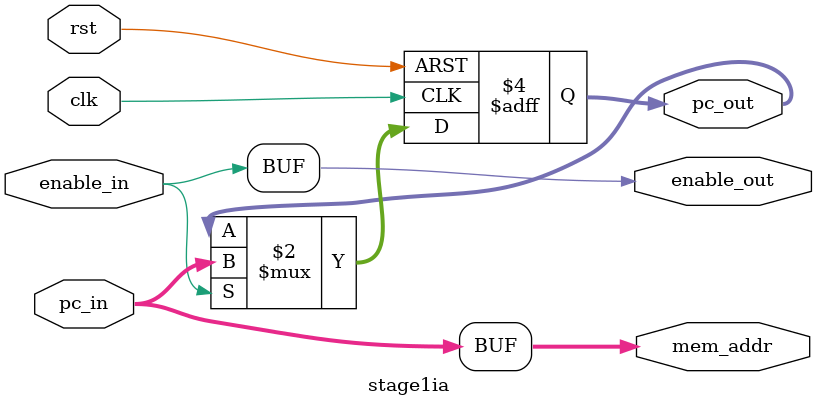
<source format=v>
module stage1ia(
    input  wire        clk,
    input  wire        rst,
    input  wire        enable_in,
    output wire        enable_out,
    input  wire [11:0] pc_in,
    output reg  [11:0] pc_out,
    // Address output to the instruction memory
    output wire [11:0] mem_addr
);
    // The instruction memory address is simply the current program
    // counter value.
    assign mem_addr = pc_in;

    // Propagate enable to the next stage
    assign enable_out = enable_in;

    // Latch the program counter for use by the Instruction Fetch stage
    always @(posedge clk or posedge rst) begin
        if (rst) begin
            pc_out <= 12'b0;
        end else if (enable_in) begin
            pc_out <= pc_in;
        end
    end
endmodule

</source>
